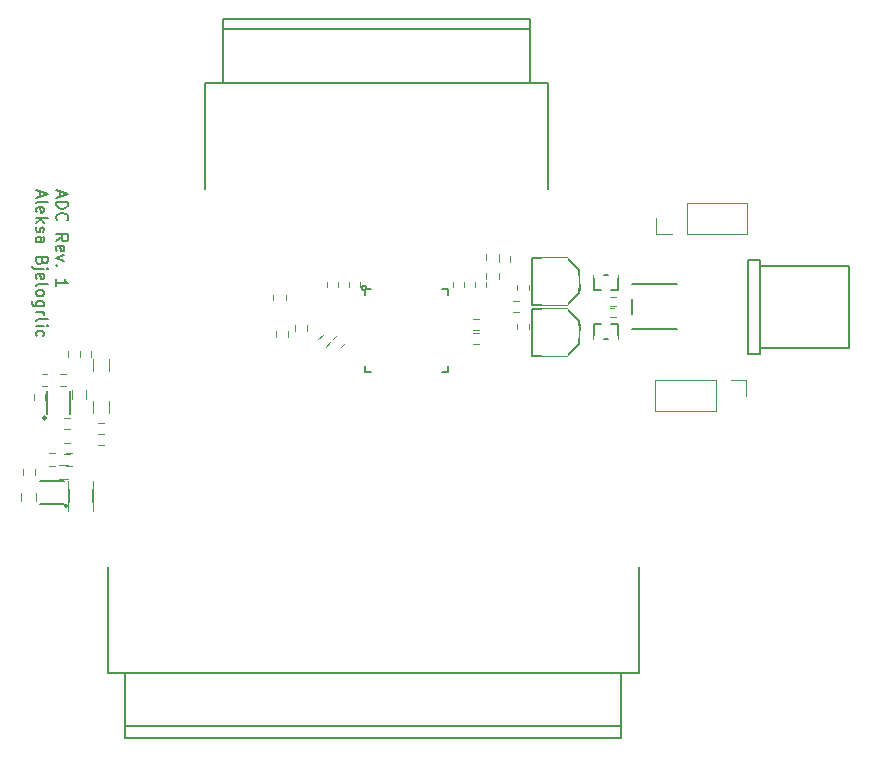
<source format=gto>
G04 #@! TF.FileFunction,Legend,Top*
%FSLAX46Y46*%
G04 Gerber Fmt 4.6, Leading zero omitted, Abs format (unit mm)*
G04 Created by KiCad (PCBNEW 4.0.7) date 08/22/18 22:13:15*
%MOMM*%
%LPD*%
G01*
G04 APERTURE LIST*
%ADD10C,0.100000*%
%ADD11C,0.200000*%
%ADD12C,0.150000*%
%ADD13C,0.120000*%
%ADD14O,2.250800X2.250800*%
%ADD15R,0.450800X2.150800*%
%ADD16R,0.550800X0.650800*%
%ADD17R,0.650800X0.550800*%
%ADD18R,0.800800X0.850800*%
%ADD19R,0.850800X0.800800*%
%ADD20R,0.950800X0.550800*%
%ADD21R,2.050800X0.850800*%
%ADD22C,4.550800*%
%ADD23R,0.650800X0.450800*%
%ADD24R,0.450800X0.650800*%
%ADD25R,0.590000X0.440000*%
%ADD26R,1.000200X1.600200*%
%ADD27R,0.360000X0.500000*%
%ADD28R,1.300200X0.800200*%
%ADD29R,5.300200X5.300200*%
%ADD30R,1.001600X0.351600*%
%ADD31R,0.351600X1.001600*%
%ADD32R,0.350800X0.400800*%
%ADD33R,0.480800X0.330800*%
%ADD34R,0.650800X0.850800*%
%ADD35R,2.250800X1.100800*%
%ADD36R,1.100800X1.050800*%
%ADD37R,1.750800X1.750800*%
%ADD38O,1.750800X1.750800*%
%ADD39R,1.700800X0.810800*%
%ADD40R,4.250800X1.320800*%
%ADD41R,3.750800X1.320800*%
G04 APERTURE END LIST*
D10*
D11*
X85183333Y-83690476D02*
X85183333Y-84166667D01*
X84897619Y-83595238D02*
X85897619Y-83928571D01*
X84897619Y-84261905D01*
X84897619Y-84595238D02*
X85897619Y-84595238D01*
X85897619Y-84833333D01*
X85850000Y-84976191D01*
X85754762Y-85071429D01*
X85659524Y-85119048D01*
X85469048Y-85166667D01*
X85326190Y-85166667D01*
X85135714Y-85119048D01*
X85040476Y-85071429D01*
X84945238Y-84976191D01*
X84897619Y-84833333D01*
X84897619Y-84595238D01*
X84992857Y-86166667D02*
X84945238Y-86119048D01*
X84897619Y-85976191D01*
X84897619Y-85880953D01*
X84945238Y-85738095D01*
X85040476Y-85642857D01*
X85135714Y-85595238D01*
X85326190Y-85547619D01*
X85469048Y-85547619D01*
X85659524Y-85595238D01*
X85754762Y-85642857D01*
X85850000Y-85738095D01*
X85897619Y-85880953D01*
X85897619Y-85976191D01*
X85850000Y-86119048D01*
X85802381Y-86166667D01*
X84897619Y-87928572D02*
X85373810Y-87595238D01*
X84897619Y-87357143D02*
X85897619Y-87357143D01*
X85897619Y-87738096D01*
X85850000Y-87833334D01*
X85802381Y-87880953D01*
X85707143Y-87928572D01*
X85564286Y-87928572D01*
X85469048Y-87880953D01*
X85421429Y-87833334D01*
X85373810Y-87738096D01*
X85373810Y-87357143D01*
X84945238Y-88738096D02*
X84897619Y-88642858D01*
X84897619Y-88452381D01*
X84945238Y-88357143D01*
X85040476Y-88309524D01*
X85421429Y-88309524D01*
X85516667Y-88357143D01*
X85564286Y-88452381D01*
X85564286Y-88642858D01*
X85516667Y-88738096D01*
X85421429Y-88785715D01*
X85326190Y-88785715D01*
X85230952Y-88309524D01*
X85564286Y-89119048D02*
X84897619Y-89357143D01*
X85564286Y-89595239D01*
X84992857Y-89976191D02*
X84945238Y-90023810D01*
X84897619Y-89976191D01*
X84945238Y-89928572D01*
X84992857Y-89976191D01*
X84897619Y-89976191D01*
X84897619Y-91738096D02*
X84897619Y-91166667D01*
X84897619Y-91452381D02*
X85897619Y-91452381D01*
X85754762Y-91357143D01*
X85659524Y-91261905D01*
X85611905Y-91166667D01*
X83483333Y-83690476D02*
X83483333Y-84166667D01*
X83197619Y-83595238D02*
X84197619Y-83928571D01*
X83197619Y-84261905D01*
X83197619Y-84738095D02*
X83245238Y-84642857D01*
X83340476Y-84595238D01*
X84197619Y-84595238D01*
X83245238Y-85500001D02*
X83197619Y-85404763D01*
X83197619Y-85214286D01*
X83245238Y-85119048D01*
X83340476Y-85071429D01*
X83721429Y-85071429D01*
X83816667Y-85119048D01*
X83864286Y-85214286D01*
X83864286Y-85404763D01*
X83816667Y-85500001D01*
X83721429Y-85547620D01*
X83626190Y-85547620D01*
X83530952Y-85071429D01*
X83197619Y-85976191D02*
X84197619Y-85976191D01*
X83578571Y-86071429D02*
X83197619Y-86357144D01*
X83864286Y-86357144D02*
X83483333Y-85976191D01*
X83245238Y-86738096D02*
X83197619Y-86833334D01*
X83197619Y-87023810D01*
X83245238Y-87119049D01*
X83340476Y-87166668D01*
X83388095Y-87166668D01*
X83483333Y-87119049D01*
X83530952Y-87023810D01*
X83530952Y-86880953D01*
X83578571Y-86785715D01*
X83673810Y-86738096D01*
X83721429Y-86738096D01*
X83816667Y-86785715D01*
X83864286Y-86880953D01*
X83864286Y-87023810D01*
X83816667Y-87119049D01*
X83197619Y-88023811D02*
X83721429Y-88023811D01*
X83816667Y-87976192D01*
X83864286Y-87880954D01*
X83864286Y-87690477D01*
X83816667Y-87595239D01*
X83245238Y-88023811D02*
X83197619Y-87928573D01*
X83197619Y-87690477D01*
X83245238Y-87595239D01*
X83340476Y-87547620D01*
X83435714Y-87547620D01*
X83530952Y-87595239D01*
X83578571Y-87690477D01*
X83578571Y-87928573D01*
X83626190Y-88023811D01*
X83721429Y-89595240D02*
X83673810Y-89738097D01*
X83626190Y-89785716D01*
X83530952Y-89833335D01*
X83388095Y-89833335D01*
X83292857Y-89785716D01*
X83245238Y-89738097D01*
X83197619Y-89642859D01*
X83197619Y-89261906D01*
X84197619Y-89261906D01*
X84197619Y-89595240D01*
X84150000Y-89690478D01*
X84102381Y-89738097D01*
X84007143Y-89785716D01*
X83911905Y-89785716D01*
X83816667Y-89738097D01*
X83769048Y-89690478D01*
X83721429Y-89595240D01*
X83721429Y-89261906D01*
X83864286Y-90261906D02*
X83007143Y-90261906D01*
X82911905Y-90214287D01*
X82864286Y-90119049D01*
X82864286Y-90071430D01*
X84197619Y-90261906D02*
X84150000Y-90214287D01*
X84102381Y-90261906D01*
X84150000Y-90309525D01*
X84197619Y-90261906D01*
X84102381Y-90261906D01*
X83245238Y-91119049D02*
X83197619Y-91023811D01*
X83197619Y-90833334D01*
X83245238Y-90738096D01*
X83340476Y-90690477D01*
X83721429Y-90690477D01*
X83816667Y-90738096D01*
X83864286Y-90833334D01*
X83864286Y-91023811D01*
X83816667Y-91119049D01*
X83721429Y-91166668D01*
X83626190Y-91166668D01*
X83530952Y-90690477D01*
X83197619Y-91738096D02*
X83245238Y-91642858D01*
X83340476Y-91595239D01*
X84197619Y-91595239D01*
X83197619Y-92261906D02*
X83245238Y-92166668D01*
X83292857Y-92119049D01*
X83388095Y-92071430D01*
X83673810Y-92071430D01*
X83769048Y-92119049D01*
X83816667Y-92166668D01*
X83864286Y-92261906D01*
X83864286Y-92404764D01*
X83816667Y-92500002D01*
X83769048Y-92547621D01*
X83673810Y-92595240D01*
X83388095Y-92595240D01*
X83292857Y-92547621D01*
X83245238Y-92500002D01*
X83197619Y-92404764D01*
X83197619Y-92261906D01*
X83864286Y-93452383D02*
X83054762Y-93452383D01*
X82959524Y-93404764D01*
X82911905Y-93357145D01*
X82864286Y-93261906D01*
X82864286Y-93119049D01*
X82911905Y-93023811D01*
X83245238Y-93452383D02*
X83197619Y-93357145D01*
X83197619Y-93166668D01*
X83245238Y-93071430D01*
X83292857Y-93023811D01*
X83388095Y-92976192D01*
X83673810Y-92976192D01*
X83769048Y-93023811D01*
X83816667Y-93071430D01*
X83864286Y-93166668D01*
X83864286Y-93357145D01*
X83816667Y-93452383D01*
X83197619Y-93928573D02*
X83864286Y-93928573D01*
X83673810Y-93928573D02*
X83769048Y-93976192D01*
X83816667Y-94023811D01*
X83864286Y-94119049D01*
X83864286Y-94214288D01*
X83197619Y-94690478D02*
X83245238Y-94595240D01*
X83340476Y-94547621D01*
X84197619Y-94547621D01*
X83197619Y-95071431D02*
X83864286Y-95071431D01*
X84197619Y-95071431D02*
X84150000Y-95023812D01*
X84102381Y-95071431D01*
X84150000Y-95119050D01*
X84197619Y-95071431D01*
X84102381Y-95071431D01*
X83245238Y-95976193D02*
X83197619Y-95880955D01*
X83197619Y-95690478D01*
X83245238Y-95595240D01*
X83292857Y-95547621D01*
X83388095Y-95500002D01*
X83673810Y-95500002D01*
X83769048Y-95547621D01*
X83816667Y-95595240D01*
X83864286Y-95690478D01*
X83864286Y-95880955D01*
X83816667Y-95976193D01*
D12*
X132750000Y-129000000D02*
X90750000Y-129000000D01*
X132750000Y-124500000D02*
X132750000Y-130000000D01*
X132750000Y-130000000D02*
X90750000Y-130000000D01*
X90750000Y-130000000D02*
X90750000Y-124500000D01*
X90750000Y-124500000D02*
X90750000Y-125000000D01*
X132750000Y-124500000D02*
X132750000Y-125000000D01*
X89250000Y-124000000D02*
X89250000Y-124500000D01*
X89250000Y-124500000D02*
X134250000Y-124500000D01*
X134250000Y-124500000D02*
X134250000Y-124000000D01*
X134250000Y-115500000D02*
X134250000Y-124000000D01*
X89250000Y-115500000D02*
X89250000Y-124000000D01*
D13*
X107780000Y-91350000D02*
X107780000Y-91850000D01*
X108720000Y-91850000D02*
X108720000Y-91350000D01*
X108730000Y-91350000D02*
X108730000Y-91850000D01*
X109670000Y-91850000D02*
X109670000Y-91350000D01*
X109680000Y-91350000D02*
X109680000Y-91850000D01*
X110620000Y-91850000D02*
X110620000Y-91350000D01*
X120380000Y-91350000D02*
X120380000Y-91850000D01*
X121320000Y-91850000D02*
X121320000Y-91350000D01*
X119430000Y-91350000D02*
X119430000Y-91850000D01*
X120370000Y-91850000D02*
X120370000Y-91350000D01*
X118480000Y-91350000D02*
X118480000Y-91850000D01*
X119420000Y-91850000D02*
X119420000Y-91350000D01*
X86870000Y-97750000D02*
X86870000Y-97250000D01*
X85930000Y-97250000D02*
X85930000Y-97750000D01*
X87870000Y-97750000D02*
X87870000Y-97250000D01*
X86930000Y-97250000D02*
X86930000Y-97750000D01*
X109005563Y-96909117D02*
X109359117Y-96555563D01*
X108694437Y-95890883D02*
X108340883Y-96244437D01*
X107755563Y-96859117D02*
X108109117Y-96505563D01*
X107444437Y-95840883D02*
X107090883Y-96194437D01*
X120675000Y-95705000D02*
X120175000Y-95705000D01*
X120175000Y-96645000D02*
X120675000Y-96645000D01*
X81950000Y-109950000D02*
X81950000Y-109250000D01*
X83150000Y-109250000D02*
X83150000Y-109950000D01*
X85550000Y-105970000D02*
X86050000Y-105970000D01*
X86050000Y-105030000D02*
X85550000Y-105030000D01*
X85150000Y-106900000D02*
X85850000Y-106900000D01*
X85850000Y-108100000D02*
X85150000Y-108100000D01*
X85550000Y-103870000D02*
X86050000Y-103870000D01*
X86050000Y-102930000D02*
X85550000Y-102930000D01*
X86200000Y-101250000D02*
X86200000Y-100550000D01*
X87400000Y-100550000D02*
X87400000Y-101250000D01*
X83970000Y-101400000D02*
X83970000Y-100900000D01*
X83030000Y-100900000D02*
X83030000Y-101400000D01*
X88450000Y-104270000D02*
X88950000Y-104270000D01*
X88950000Y-103330000D02*
X88450000Y-103330000D01*
X88450000Y-105170000D02*
X88950000Y-105170000D01*
X88950000Y-104230000D02*
X88450000Y-104230000D01*
X120675000Y-94480000D02*
X120175000Y-94480000D01*
X120175000Y-95420000D02*
X120675000Y-95420000D01*
X132250000Y-92630000D02*
X131750000Y-92630000D01*
X131750000Y-93570000D02*
X132250000Y-93570000D01*
X124100000Y-92980000D02*
X123600000Y-92980000D01*
X123600000Y-93920000D02*
X124100000Y-93920000D01*
D12*
X99000000Y-74500000D02*
X125000000Y-74500000D01*
X99000000Y-69500000D02*
X99000000Y-74500000D01*
X125000000Y-69500000D02*
X125000000Y-74500000D01*
X97500000Y-75000000D02*
X97500000Y-74500000D01*
X126500000Y-75000000D02*
X126500000Y-74500000D01*
X99000000Y-70000000D02*
X125000000Y-70000000D01*
X125000000Y-74500000D02*
X126500000Y-74500000D01*
X126500000Y-75000000D02*
X126500000Y-83500000D01*
X97500000Y-83000000D02*
X97500000Y-83500000D01*
X99000000Y-74500000D02*
X97500000Y-74500000D01*
X97500000Y-75000000D02*
X97500000Y-83000000D01*
X99000000Y-69500000D02*
X99000000Y-69100000D01*
X99000000Y-69100000D02*
X125000000Y-69100000D01*
X125000000Y-69500000D02*
X125000000Y-69100000D01*
D13*
X89380000Y-97900000D02*
X89380000Y-98900000D01*
X88020000Y-98900000D02*
X88020000Y-97900000D01*
D12*
X86000000Y-110775000D02*
X86000000Y-108275000D01*
X88000000Y-109525000D02*
X88000000Y-110775000D01*
X88000000Y-109525000D02*
X88000000Y-108275000D01*
D13*
X88020000Y-102500000D02*
X88020000Y-101500000D01*
X89380000Y-101500000D02*
X89380000Y-102500000D01*
X83130000Y-107750000D02*
X83130000Y-107250000D01*
X82070000Y-107250000D02*
X82070000Y-107750000D01*
X85750000Y-106930000D02*
X86250000Y-106930000D01*
X86250000Y-105870000D02*
X85750000Y-105870000D01*
X85230000Y-100230000D02*
X85730000Y-100230000D01*
X85730000Y-99170000D02*
X85230000Y-99170000D01*
X84250000Y-106930000D02*
X84750000Y-106930000D01*
X84750000Y-105870000D02*
X84250000Y-105870000D01*
X83650000Y-100230000D02*
X84150000Y-100230000D01*
X84150000Y-99170000D02*
X83650000Y-99170000D01*
X103470000Y-95500000D02*
X103470000Y-96000000D01*
X104530000Y-96000000D02*
X104530000Y-95500000D01*
X105070000Y-95000000D02*
X105070000Y-95500000D01*
X106130000Y-95500000D02*
X106130000Y-95000000D01*
X103270000Y-92450000D02*
X103270000Y-92950000D01*
X104330000Y-92950000D02*
X104330000Y-92450000D01*
X130330000Y-92050000D02*
X130330000Y-91550000D01*
X129270000Y-91550000D02*
X129270000Y-92050000D01*
X124930000Y-92100000D02*
X124930000Y-91600000D01*
X123870000Y-91600000D02*
X123870000Y-92100000D01*
X121320000Y-90600000D02*
X121320000Y-91100000D01*
X122380000Y-91100000D02*
X122380000Y-90600000D01*
X124930000Y-95400000D02*
X124930000Y-94900000D01*
X123870000Y-94900000D02*
X123870000Y-95400000D01*
D12*
X85811803Y-110350000D02*
G75*
G03X85811803Y-110350000I-111803J0D01*
G01*
X85550000Y-110200000D02*
X83550000Y-110200000D01*
X84550000Y-108200000D02*
X83550000Y-108200000D01*
X84550000Y-108200000D02*
X85550000Y-108200000D01*
X84041421Y-102900000D02*
G75*
G03X84041421Y-102900000I-141421J0D01*
G01*
X86100000Y-102600000D02*
X86100000Y-100600000D01*
X84100000Y-102600000D02*
X84100000Y-100600000D01*
X111150000Y-91900000D02*
G75*
G03X111150000Y-91900000I-200000J0D01*
G01*
X117550000Y-99000000D02*
X118050000Y-99000000D01*
X118050000Y-99000000D02*
X118050000Y-98500000D01*
X111050000Y-98500000D02*
X111050000Y-99000000D01*
X111050000Y-99000000D02*
X111550000Y-99000000D01*
X117550000Y-92000000D02*
X118050000Y-92000000D01*
X118050000Y-92000000D02*
X118050000Y-92500000D01*
X111550000Y-92000000D02*
X111050000Y-92000000D01*
X111050000Y-92000000D02*
X111050000Y-92500000D01*
D13*
X122380000Y-89200000D02*
X122380000Y-89700000D01*
X123320000Y-89700000D02*
X123320000Y-89200000D01*
X132250000Y-93380000D02*
X131750000Y-93380000D01*
X131750000Y-94320000D02*
X132250000Y-94320000D01*
D12*
X130450000Y-92025000D02*
X131050000Y-92025000D01*
X132450000Y-92025000D02*
X131850000Y-92025000D01*
X131650000Y-90775000D02*
X131250000Y-90775000D01*
X130450000Y-92025000D02*
X130450000Y-90775000D01*
X132450000Y-92025000D02*
X132450000Y-90775000D01*
X132450000Y-94925000D02*
X131850000Y-94925000D01*
X130450000Y-94925000D02*
X131050000Y-94925000D01*
X131250000Y-96175000D02*
X131650000Y-96175000D01*
X132450000Y-94925000D02*
X132450000Y-96175000D01*
X130450000Y-94925000D02*
X130450000Y-96175000D01*
X125150000Y-91350000D02*
X125150000Y-93350000D01*
X125150000Y-93350000D02*
X128150000Y-93350000D01*
X125150000Y-91350000D02*
X125150000Y-89350000D01*
X125150000Y-89350000D02*
X128150000Y-89350000D01*
X128150000Y-93350000D02*
X129150000Y-92350000D01*
X129150000Y-92350000D02*
X129150000Y-90350000D01*
X129150000Y-90350000D02*
X128150000Y-89350000D01*
X125150000Y-95650000D02*
X125150000Y-97650000D01*
X125150000Y-97650000D02*
X128150000Y-97650000D01*
X125150000Y-95650000D02*
X125150000Y-93650000D01*
X125150000Y-93650000D02*
X128150000Y-93650000D01*
X128150000Y-97650000D02*
X129150000Y-96650000D01*
X129150000Y-96650000D02*
X129150000Y-94650000D01*
X129150000Y-94650000D02*
X128150000Y-93650000D01*
D13*
X143410000Y-87330000D02*
X143410000Y-84670000D01*
X138270000Y-87330000D02*
X143410000Y-87330000D01*
X138270000Y-84670000D02*
X143410000Y-84670000D01*
X138270000Y-87330000D02*
X138270000Y-84670000D01*
X137000000Y-87330000D02*
X135670000Y-87330000D01*
X135670000Y-87330000D02*
X135670000Y-86000000D01*
X135590000Y-99670000D02*
X135590000Y-102330000D01*
X140730000Y-99670000D02*
X135590000Y-99670000D01*
X140730000Y-102330000D02*
X135590000Y-102330000D01*
X140730000Y-99670000D02*
X140730000Y-102330000D01*
X142000000Y-99670000D02*
X143330000Y-99670000D01*
X143330000Y-99670000D02*
X143330000Y-101000000D01*
X121320000Y-89000000D02*
X121320000Y-89500000D01*
X122380000Y-89500000D02*
X122380000Y-89000000D01*
X129270000Y-94950000D02*
X129270000Y-95450000D01*
X130330000Y-95450000D02*
X130330000Y-94950000D01*
D12*
X133645000Y-95405000D02*
X137455000Y-95405000D01*
X133645000Y-92865000D02*
X133645000Y-94135000D01*
X135550000Y-91595000D02*
X133645000Y-91595000D01*
X135550000Y-91595000D02*
X137455000Y-91595000D01*
X151000000Y-97000000D02*
X152000000Y-97000000D01*
X152000000Y-97000000D02*
X152000000Y-90000000D01*
X152000000Y-90000000D02*
X151000000Y-90000000D01*
X144500000Y-97000000D02*
X151000000Y-97000000D01*
X151000000Y-90000000D02*
X144500000Y-90000000D01*
X143500000Y-97500000D02*
X143500000Y-89500000D01*
X143500000Y-89500000D02*
X144500000Y-89500000D01*
X144500000Y-89500000D02*
X144500000Y-97500000D01*
X144500000Y-97500000D02*
X143500000Y-97500000D01*
%LPC*%
D14*
X94550000Y-120000000D03*
X128950000Y-120000000D03*
X132075000Y-117625000D03*
X132075000Y-122375000D03*
X91425000Y-122375000D03*
X91425000Y-117625000D03*
D15*
X112150000Y-116600000D03*
X111350000Y-116600000D03*
X112950000Y-116600000D03*
X113750000Y-116600000D03*
X114550000Y-116600000D03*
X115350000Y-116600000D03*
X116150000Y-116600000D03*
X116950000Y-116600000D03*
X117750000Y-116600000D03*
X118550000Y-116600000D03*
X119350000Y-116600000D03*
X120150000Y-116600000D03*
X120950000Y-116600000D03*
X121750000Y-116600000D03*
X122550000Y-116600000D03*
X123350000Y-116600000D03*
X124150000Y-116600000D03*
X124950000Y-116600000D03*
X125750000Y-116600000D03*
X126550000Y-116600000D03*
X127350000Y-116600000D03*
X110550000Y-116600000D03*
X109750000Y-116600000D03*
X108950000Y-116600000D03*
X108150000Y-116600000D03*
X107350000Y-116600000D03*
X106550000Y-116600000D03*
X105750000Y-116600000D03*
X104950000Y-116600000D03*
X104150000Y-116600000D03*
X103350000Y-116600000D03*
X102550000Y-116600000D03*
X101750000Y-116600000D03*
X100950000Y-116600000D03*
X100150000Y-116600000D03*
X99350000Y-116600000D03*
X98550000Y-116600000D03*
X97750000Y-116600000D03*
X96950000Y-116600000D03*
X96150000Y-116600000D03*
X96150000Y-122900000D03*
X96950000Y-122900000D03*
X97750000Y-122900000D03*
X98550000Y-122900000D03*
X99350000Y-122900000D03*
X100150000Y-122900000D03*
X100950000Y-122900000D03*
X101750000Y-122900000D03*
X102550000Y-122900000D03*
X103350000Y-122900000D03*
X104150000Y-122900000D03*
X104950000Y-122900000D03*
X105750000Y-122900000D03*
X106550000Y-122900000D03*
X107350000Y-122900000D03*
X108150000Y-122900000D03*
X108950000Y-122900000D03*
X109750000Y-122900000D03*
X110550000Y-122900000D03*
X111350000Y-122900000D03*
X112150000Y-122900000D03*
X112950000Y-122900000D03*
X113750000Y-122900000D03*
X114550000Y-122900000D03*
X115350000Y-122900000D03*
X116150000Y-122900000D03*
X116950000Y-122900000D03*
X117750000Y-122900000D03*
X118550000Y-122900000D03*
X119350000Y-122900000D03*
X120150000Y-122900000D03*
X120950000Y-122900000D03*
X121750000Y-122900000D03*
X122550000Y-122900000D03*
X123350000Y-122900000D03*
X124150000Y-122900000D03*
X124950000Y-122900000D03*
X125750000Y-122900000D03*
X126550000Y-122900000D03*
X127350000Y-122900000D03*
D16*
X108250000Y-92150000D03*
X108250000Y-91050000D03*
X109200000Y-92150000D03*
X109200000Y-91050000D03*
X110150000Y-92150000D03*
X110150000Y-91050000D03*
X120850000Y-92150000D03*
X120850000Y-91050000D03*
X119900000Y-92150000D03*
X119900000Y-91050000D03*
X118950000Y-92150000D03*
X118950000Y-91050000D03*
X86400000Y-96950000D03*
X86400000Y-98050000D03*
X87400000Y-96950000D03*
X87400000Y-98050000D03*
D10*
G36*
X109274264Y-95586261D02*
X109663739Y-95975736D01*
X109203554Y-96435921D01*
X108814079Y-96046446D01*
X109274264Y-95586261D01*
X109274264Y-95586261D01*
G37*
G36*
X108496446Y-96364079D02*
X108885921Y-96753554D01*
X108425736Y-97213739D01*
X108036261Y-96824264D01*
X108496446Y-96364079D01*
X108496446Y-96364079D01*
G37*
G36*
X108024264Y-95536261D02*
X108413739Y-95925736D01*
X107953554Y-96385921D01*
X107564079Y-95996446D01*
X108024264Y-95536261D01*
X108024264Y-95536261D01*
G37*
G36*
X107246446Y-96314079D02*
X107635921Y-96703554D01*
X107175736Y-97163739D01*
X106786261Y-96774264D01*
X107246446Y-96314079D01*
X107246446Y-96314079D01*
G37*
D17*
X119875000Y-96175000D03*
X120975000Y-96175000D03*
D18*
X82550000Y-110350000D03*
X82550000Y-108850000D03*
D17*
X86350000Y-105500000D03*
X85250000Y-105500000D03*
D19*
X84750000Y-107500000D03*
X86250000Y-107500000D03*
D17*
X86350000Y-103400000D03*
X85250000Y-103400000D03*
D18*
X86800000Y-101650000D03*
X86800000Y-100150000D03*
D16*
X83500000Y-100600000D03*
X83500000Y-101700000D03*
D17*
X89250000Y-103800000D03*
X88150000Y-103800000D03*
X89250000Y-104700000D03*
X88150000Y-104700000D03*
X119875000Y-94950000D03*
X120975000Y-94950000D03*
X131450000Y-93100000D03*
X132550000Y-93100000D03*
X123300000Y-93450000D03*
X124400000Y-93450000D03*
D15*
X119600000Y-76100000D03*
D14*
X121200000Y-79000000D03*
X102800000Y-79000000D03*
X99675000Y-81375000D03*
X99675000Y-76625000D03*
X124325000Y-76625000D03*
X124325000Y-81375000D03*
D15*
X104400000Y-82425000D03*
X105200000Y-82400000D03*
X106000000Y-82400000D03*
X106800000Y-82400000D03*
X107600000Y-82400000D03*
X108400000Y-82400000D03*
X109200000Y-82400000D03*
X110000000Y-82400000D03*
X110800000Y-82400000D03*
X111600000Y-82400000D03*
X112400000Y-82400000D03*
X113200000Y-82400000D03*
X114000000Y-82400000D03*
X114800000Y-82400000D03*
X115600000Y-82400000D03*
X116400000Y-82400000D03*
X117200000Y-82400000D03*
X118000000Y-82400000D03*
X118800000Y-82400000D03*
X119600000Y-82400000D03*
X118800000Y-76100000D03*
X118000000Y-76100000D03*
X117200000Y-76100000D03*
X116400000Y-76100000D03*
X115600000Y-76100000D03*
X114800000Y-76100000D03*
X114000000Y-76100000D03*
X113200000Y-76100000D03*
X112400000Y-76100000D03*
X111600000Y-76100000D03*
X110800000Y-76100000D03*
X110000000Y-76100000D03*
X109200000Y-76100000D03*
X108400000Y-76100000D03*
X107600000Y-76100000D03*
X106800000Y-76100000D03*
X106000000Y-76100000D03*
X105200000Y-76100000D03*
X104400000Y-76100000D03*
D20*
X88700000Y-99150000D03*
X88700000Y-97650000D03*
D21*
X87000000Y-110525000D03*
X87000000Y-108525000D03*
D20*
X88700000Y-101250000D03*
X88700000Y-102750000D03*
D22*
X85000000Y-120000000D03*
X85000000Y-79000000D03*
X139000000Y-79000000D03*
X139000000Y-120000000D03*
D23*
X82600000Y-107050000D03*
X82600000Y-107950000D03*
D24*
X86450000Y-106400000D03*
X85550000Y-106400000D03*
X85930000Y-99700000D03*
X85030000Y-99700000D03*
X84950000Y-106400000D03*
X84050000Y-106400000D03*
X84350000Y-99700000D03*
X83450000Y-99700000D03*
D23*
X104000000Y-96200000D03*
X104000000Y-95300000D03*
X105600000Y-95700000D03*
X105600000Y-94800000D03*
X103800000Y-93150000D03*
X103800000Y-92250000D03*
X129800000Y-91350000D03*
X129800000Y-92250000D03*
X124400000Y-91400000D03*
X124400000Y-92300000D03*
X121850000Y-91300000D03*
X121850000Y-90400000D03*
X124400000Y-94700000D03*
X124400000Y-95600000D03*
D25*
X85525000Y-109850000D03*
X85525000Y-109200000D03*
X85525000Y-108550000D03*
X83575000Y-108550000D03*
X83575000Y-109200000D03*
X83575000Y-109850000D03*
D26*
X84550000Y-109200000D03*
D27*
X85750000Y-100700000D03*
X85100000Y-100700000D03*
X84450000Y-100700000D03*
X85750000Y-102500000D03*
X85100000Y-102500000D03*
X84450000Y-102500000D03*
D28*
X85100000Y-101600000D03*
D29*
X114550000Y-95500000D03*
D30*
X111100000Y-92750000D03*
X111100000Y-93250000D03*
X111100000Y-93750000D03*
X111100000Y-94250000D03*
X111100000Y-94750000D03*
X111100000Y-95250000D03*
X111100000Y-95750000D03*
X111100000Y-96250000D03*
X111100000Y-96750000D03*
X111100000Y-97250000D03*
X111100000Y-97750000D03*
X111100000Y-98250000D03*
D31*
X111800000Y-98950000D03*
X112300000Y-98950000D03*
X112800000Y-98950000D03*
X113300000Y-98950000D03*
X113800000Y-98950000D03*
X114300000Y-98950000D03*
X114800000Y-98950000D03*
X115300000Y-98950000D03*
X115800000Y-98950000D03*
X116300000Y-98950000D03*
X116800000Y-98950000D03*
X117300000Y-98950000D03*
D30*
X118000000Y-98250000D03*
X118000000Y-97750000D03*
X118000000Y-97250000D03*
X118000000Y-96750000D03*
X118000000Y-96250000D03*
X118000000Y-95750000D03*
X118000000Y-95250000D03*
X118000000Y-94750000D03*
X118000000Y-94250000D03*
X118000000Y-93750000D03*
X118000000Y-93250000D03*
X118000000Y-92750000D03*
D31*
X117300000Y-92050000D03*
X116800000Y-92050000D03*
X116300000Y-92050000D03*
X115800000Y-92050000D03*
X115300000Y-92050000D03*
X114800000Y-92050000D03*
X114300000Y-92050000D03*
X113800000Y-92050000D03*
X113300000Y-92050000D03*
X112800000Y-92050000D03*
X112300000Y-92050000D03*
X111800000Y-92050000D03*
D32*
X112270000Y-91100000D03*
X112830000Y-91100000D03*
X113770000Y-91100000D03*
X114330000Y-91100000D03*
X115270000Y-91100000D03*
X115830000Y-91100000D03*
X116770000Y-91100000D03*
X117330000Y-91100000D03*
D33*
X112200000Y-90460000D03*
X112200000Y-89940000D03*
X112900000Y-90460000D03*
X112900000Y-89940000D03*
X113700000Y-90460000D03*
X113700000Y-89940000D03*
X114400000Y-90460000D03*
X114400000Y-89940000D03*
X115200000Y-90460000D03*
X115200000Y-89940000D03*
X115900000Y-90460000D03*
X115900000Y-89940000D03*
X116700000Y-90460000D03*
X116700000Y-89940000D03*
X117400000Y-90460000D03*
X117400000Y-89940000D03*
D16*
X122850000Y-90000000D03*
X122850000Y-88900000D03*
D17*
X131450000Y-93850000D03*
X132550000Y-93850000D03*
D34*
X132100000Y-90600000D03*
X130800000Y-90600000D03*
X131450000Y-92200000D03*
X130800000Y-96350000D03*
X132100000Y-96350000D03*
X131450000Y-94750000D03*
D35*
X127150000Y-92825000D03*
X127150000Y-89875000D03*
D36*
X128675000Y-91350000D03*
D35*
X127150000Y-97125000D03*
X127150000Y-94175000D03*
D36*
X128675000Y-95650000D03*
D37*
X137000000Y-86000000D03*
D38*
X139540000Y-86000000D03*
X142080000Y-86000000D03*
D37*
X142000000Y-101000000D03*
D38*
X139460000Y-101000000D03*
X136920000Y-101000000D03*
D23*
X121850000Y-89700000D03*
X121850000Y-88800000D03*
X129800000Y-95650000D03*
X129800000Y-94750000D03*
D39*
X137140000Y-92230000D03*
X137140000Y-93500000D03*
X137140000Y-94770000D03*
X133960000Y-94770000D03*
X133960000Y-92230000D03*
D40*
X141250000Y-90635000D03*
D41*
X141500000Y-93500000D03*
D40*
X141250000Y-96365000D03*
M02*

</source>
